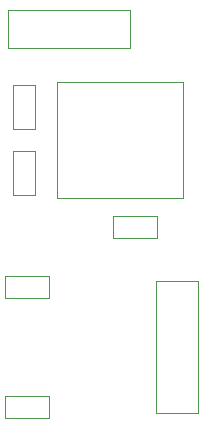
<source format=gbr>
G04 #@! TF.GenerationSoftware,KiCad,Pcbnew,(5.1.5-0-10_14)*
G04 #@! TF.CreationDate,2020-03-03T04:37:11-05:00*
G04 #@! TF.ProjectId,midi_io,6d696469-5f69-46f2-9e6b-696361645f70,1*
G04 #@! TF.SameCoordinates,Original*
G04 #@! TF.FileFunction,Other,User*
%FSLAX46Y46*%
G04 Gerber Fmt 4.6, Leading zero omitted, Abs format (unit mm)*
G04 Created by KiCad (PCBNEW (5.1.5-0-10_14)) date 2020-03-03 04:37:11*
%MOMM*%
%LPD*%
G04 APERTURE LIST*
%ADD10C,0.050000*%
G04 APERTURE END LIST*
D10*
X162538000Y-115953000D02*
X162538000Y-104753000D01*
X166088000Y-115953000D02*
X162538000Y-115953000D01*
X166088000Y-104753000D02*
X166088000Y-115953000D01*
X162538000Y-104753000D02*
X166088000Y-104753000D01*
X150434000Y-97481000D02*
X150434000Y-93781000D01*
X152334000Y-97481000D02*
X150434000Y-97481000D01*
X152334000Y-93781000D02*
X152334000Y-97481000D01*
X150434000Y-93781000D02*
X152334000Y-93781000D01*
X150434000Y-91893000D02*
X150434000Y-88193000D01*
X152334000Y-91893000D02*
X150434000Y-91893000D01*
X152334000Y-88193000D02*
X152334000Y-91893000D01*
X150434000Y-88193000D02*
X152334000Y-88193000D01*
X158932000Y-99253000D02*
X162632000Y-99253000D01*
X158932000Y-101153000D02*
X158932000Y-99253000D01*
X162632000Y-101153000D02*
X158932000Y-101153000D01*
X162632000Y-99253000D02*
X162632000Y-101153000D01*
X149788000Y-104333000D02*
X153488000Y-104333000D01*
X149788000Y-106233000D02*
X149788000Y-104333000D01*
X153488000Y-106233000D02*
X149788000Y-106233000D01*
X153488000Y-104333000D02*
X153488000Y-106233000D01*
X149788000Y-114493000D02*
X153488000Y-114493000D01*
X149788000Y-116393000D02*
X149788000Y-114493000D01*
X153488000Y-116393000D02*
X149788000Y-116393000D01*
X153488000Y-114493000D02*
X153488000Y-116393000D01*
X150034000Y-85039000D02*
X160354000Y-85039000D01*
X150034000Y-81839000D02*
X150034000Y-85039000D01*
X160354000Y-81839000D02*
X150034000Y-81839000D01*
X160354000Y-85039000D02*
X160354000Y-81839000D01*
X164872000Y-97727000D02*
X164872000Y-87927000D01*
X154172000Y-97727000D02*
X164872000Y-97727000D01*
X154172000Y-87927000D02*
X154172000Y-97727000D01*
X164872000Y-87927000D02*
X154172000Y-87927000D01*
M02*

</source>
